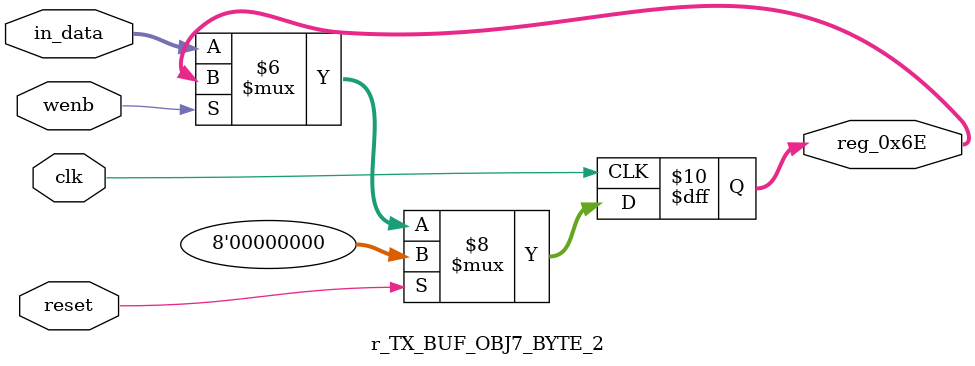
<source format=v>
module r_TX_BUF_OBJ7_BYTE_2(output reg [7:0] reg_0x6E, input wire reset, input wire wenb, input wire [7:0] in_data, input wire clk);
	always@(posedge clk)
	begin
		if(reset==0) begin
			if(wenb==0)
				reg_0x6E<=in_data;
			else
				reg_0x6E<=reg_0x6E;
		end
		else
			reg_0x6E<=8'h00;
	end
endmodule
</source>
